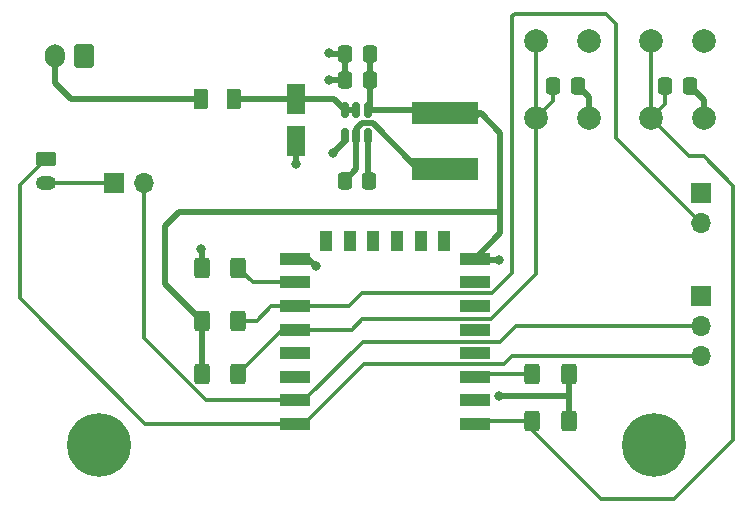
<source format=gbr>
%TF.GenerationSoftware,KiCad,Pcbnew,7.0.10*%
%TF.CreationDate,2024-04-03T10:39:23+02:00*%
%TF.ProjectId,Humi,48756d69-2e6b-4696-9361-645f70636258,rev?*%
%TF.SameCoordinates,Original*%
%TF.FileFunction,Copper,L1,Top*%
%TF.FilePolarity,Positive*%
%FSLAX46Y46*%
G04 Gerber Fmt 4.6, Leading zero omitted, Abs format (unit mm)*
G04 Created by KiCad (PCBNEW 7.0.10) date 2024-04-03 10:39:23*
%MOMM*%
%LPD*%
G01*
G04 APERTURE LIST*
G04 Aperture macros list*
%AMRoundRect*
0 Rectangle with rounded corners*
0 $1 Rounding radius*
0 $2 $3 $4 $5 $6 $7 $8 $9 X,Y pos of 4 corners*
0 Add a 4 corners polygon primitive as box body*
4,1,4,$2,$3,$4,$5,$6,$7,$8,$9,$2,$3,0*
0 Add four circle primitives for the rounded corners*
1,1,$1+$1,$2,$3*
1,1,$1+$1,$4,$5*
1,1,$1+$1,$6,$7*
1,1,$1+$1,$8,$9*
0 Add four rect primitives between the rounded corners*
20,1,$1+$1,$2,$3,$4,$5,0*
20,1,$1+$1,$4,$5,$6,$7,0*
20,1,$1+$1,$6,$7,$8,$9,0*
20,1,$1+$1,$8,$9,$2,$3,0*%
G04 Aperture macros list end*
%TA.AperFunction,ComponentPad*%
%ADD10C,5.400000*%
%TD*%
%TA.AperFunction,SMDPad,CuDef*%
%ADD11RoundRect,0.250000X0.400000X0.625000X-0.400000X0.625000X-0.400000X-0.625000X0.400000X-0.625000X0*%
%TD*%
%TA.AperFunction,SMDPad,CuDef*%
%ADD12RoundRect,0.250000X-0.400000X-0.625000X0.400000X-0.625000X0.400000X0.625000X-0.400000X0.625000X0*%
%TD*%
%TA.AperFunction,SMDPad,CuDef*%
%ADD13RoundRect,0.250000X0.337500X0.475000X-0.337500X0.475000X-0.337500X-0.475000X0.337500X-0.475000X0*%
%TD*%
%TA.AperFunction,SMDPad,CuDef*%
%ADD14RoundRect,0.250000X-0.375000X-0.625000X0.375000X-0.625000X0.375000X0.625000X-0.375000X0.625000X0*%
%TD*%
%TA.AperFunction,SMDPad,CuDef*%
%ADD15RoundRect,0.250000X-0.337500X-0.475000X0.337500X-0.475000X0.337500X0.475000X-0.337500X0.475000X0*%
%TD*%
%TA.AperFunction,SMDPad,CuDef*%
%ADD16RoundRect,0.250000X-0.550000X1.050000X-0.550000X-1.050000X0.550000X-1.050000X0.550000X1.050000X0*%
%TD*%
%TA.AperFunction,SMDPad,CuDef*%
%ADD17R,5.588000X1.905000*%
%TD*%
%TA.AperFunction,SMDPad,CuDef*%
%ADD18RoundRect,0.150000X-0.150000X0.512500X-0.150000X-0.512500X0.150000X-0.512500X0.150000X0.512500X0*%
%TD*%
%TA.AperFunction,SMDPad,CuDef*%
%ADD19R,2.500000X1.000000*%
%TD*%
%TA.AperFunction,SMDPad,CuDef*%
%ADD20R,1.000000X1.800000*%
%TD*%
%TA.AperFunction,ComponentPad*%
%ADD21R,1.700000X1.700000*%
%TD*%
%TA.AperFunction,ComponentPad*%
%ADD22O,1.700000X1.700000*%
%TD*%
%TA.AperFunction,ComponentPad*%
%ADD23C,2.000000*%
%TD*%
%TA.AperFunction,ComponentPad*%
%ADD24RoundRect,0.250000X-0.625000X0.350000X-0.625000X-0.350000X0.625000X-0.350000X0.625000X0.350000X0*%
%TD*%
%TA.AperFunction,ComponentPad*%
%ADD25O,1.750000X1.200000*%
%TD*%
%TA.AperFunction,ComponentPad*%
%ADD26RoundRect,0.250000X0.600000X0.750000X-0.600000X0.750000X-0.600000X-0.750000X0.600000X-0.750000X0*%
%TD*%
%TA.AperFunction,ComponentPad*%
%ADD27O,1.700000X2.000000*%
%TD*%
%TA.AperFunction,ViaPad*%
%ADD28C,0.800000*%
%TD*%
%TA.AperFunction,Conductor*%
%ADD29C,0.300000*%
%TD*%
%TA.AperFunction,Conductor*%
%ADD30C,0.500000*%
%TD*%
G04 APERTURE END LIST*
D10*
%TO.P,H2,1,1*%
%TO.N,GND*%
X124000000Y-112400000D03*
%TD*%
%TO.P,H1,1,1*%
%TO.N,GND*%
X171000000Y-112400000D03*
%TD*%
D11*
%TO.P,R3,1*%
%TO.N,GPIO_02*%
X135800000Y-101900000D03*
%TO.P,R3,2*%
%TO.N,+3V3*%
X132700000Y-101900000D03*
%TD*%
D12*
%TO.P,R4,1*%
%TO.N,+3V3*%
X132700000Y-106400000D03*
%TO.P,R4,2*%
%TO.N,FLASH*%
X135800000Y-106400000D03*
%TD*%
D13*
%TO.P,C2,1*%
%TO.N,Net-(U4-BST)*%
X146881250Y-90081250D03*
%TO.P,C2,2*%
%TO.N,Net-(U4-SW)*%
X144806250Y-90081250D03*
%TD*%
D14*
%TO.P,F2,1*%
%TO.N,+12V*%
X132656250Y-83106250D03*
%TO.P,F2,2*%
%TO.N,Net-(U4-EN)*%
X135456250Y-83106250D03*
%TD*%
D15*
%TO.P,C3,1*%
%TO.N,RST*%
X171962500Y-82000000D03*
%TO.P,C3,2*%
%TO.N,GND*%
X174037500Y-82000000D03*
%TD*%
%TO.P,C4,1*%
%TO.N,FLASH*%
X162462500Y-82000000D03*
%TO.P,C4,2*%
%TO.N,GND*%
X164537500Y-82000000D03*
%TD*%
D13*
%TO.P,C7,1*%
%TO.N,+3V3*%
X146931250Y-81506250D03*
%TO.P,C7,2*%
%TO.N,GND*%
X144856250Y-81506250D03*
%TD*%
D12*
%TO.P,R6,1*%
%TO.N,EN*%
X160700000Y-106400000D03*
%TO.P,R6,2*%
%TO.N,+3V3*%
X163800000Y-106400000D03*
%TD*%
D16*
%TO.P,C1,1*%
%TO.N,Net-(U4-EN)*%
X140656250Y-83106250D03*
%TO.P,C1,2*%
%TO.N,GND*%
X140656250Y-86706250D03*
%TD*%
D17*
%TO.P,L1,1,1*%
%TO.N,Net-(U4-SW)*%
X153306250Y-89055750D03*
%TO.P,L1,2,2*%
%TO.N,+3V3*%
X153306250Y-84356750D03*
%TD*%
D11*
%TO.P,R5,1*%
%TO.N,GPIO_15*%
X135800000Y-97400000D03*
%TO.P,R5,2*%
%TO.N,GND*%
X132700000Y-97400000D03*
%TD*%
D13*
%TO.P,C8,1*%
%TO.N,+3V3*%
X146931250Y-79306250D03*
%TO.P,C8,2*%
%TO.N,GND*%
X144856250Y-79306250D03*
%TD*%
D18*
%TO.P,U4,1,FB*%
%TO.N,+3V3*%
X146756250Y-84031250D03*
%TO.P,U4,2,EN*%
%TO.N,Net-(U4-EN)*%
X145806250Y-84031250D03*
%TO.P,U4,3,IN*%
X144856250Y-84031250D03*
%TO.P,U4,4,GND*%
%TO.N,GND*%
X144856250Y-86306250D03*
%TO.P,U4,5,SW*%
%TO.N,Net-(U4-SW)*%
X145806250Y-86306250D03*
%TO.P,U4,6,BST*%
%TO.N,Net-(U4-BST)*%
X146756250Y-86306250D03*
%TD*%
D11*
%TO.P,R1,1*%
%TO.N,+3V3*%
X163800000Y-110400000D03*
%TO.P,R1,2*%
%TO.N,RST*%
X160700000Y-110400000D03*
%TD*%
D19*
%TO.P,U1,1,~{RST}*%
%TO.N,RST*%
X155850000Y-110650000D03*
%TO.P,U1,2,ADC*%
%TO.N,unconnected-(U1-ADC-Pad2)*%
X155850000Y-108650000D03*
%TO.P,U1,3,EN*%
%TO.N,EN*%
X155850000Y-106650000D03*
%TO.P,U1,4,GPIO16*%
%TO.N,unconnected-(U1-GPIO16-Pad4)*%
X155850000Y-104650000D03*
%TO.P,U1,5,GPIO14*%
%TO.N,unconnected-(U1-GPIO14-Pad5)*%
X155850000Y-102650000D03*
%TO.P,U1,6,GPIO12*%
%TO.N,unconnected-(U1-GPIO12-Pad6)*%
X155850000Y-100650000D03*
%TO.P,U1,7,GPIO13*%
%TO.N,unconnected-(U1-GPIO13-Pad7)*%
X155850000Y-98650000D03*
%TO.P,U1,8,VCC*%
%TO.N,+3V3*%
X155850000Y-96650000D03*
D20*
%TO.P,U1,9,CS0*%
%TO.N,unconnected-(U1-CS0-Pad9)*%
X153250000Y-95150000D03*
%TO.P,U1,10,MISO*%
%TO.N,unconnected-(U1-MISO-Pad10)*%
X151250000Y-95150000D03*
%TO.P,U1,11,GPIO9*%
%TO.N,unconnected-(U1-GPIO9-Pad11)*%
X149250000Y-95150000D03*
%TO.P,U1,12,GPIO10*%
%TO.N,unconnected-(U1-GPIO10-Pad12)*%
X147250000Y-95150000D03*
%TO.P,U1,13,MOSI*%
%TO.N,unconnected-(U1-MOSI-Pad13)*%
X145250000Y-95150000D03*
%TO.P,U1,14,SCLK*%
%TO.N,unconnected-(U1-SCLK-Pad14)*%
X143250000Y-95150000D03*
D19*
%TO.P,U1,15,GND*%
%TO.N,GND*%
X140650000Y-96650000D03*
%TO.P,U1,16,GPIO15*%
%TO.N,GPIO_15*%
X140650000Y-98650000D03*
%TO.P,U1,17,GPIO2*%
%TO.N,GPIO_02*%
X140650000Y-100650000D03*
%TO.P,U1,18,GPIO0*%
%TO.N,FLASH*%
X140650000Y-102650000D03*
%TO.P,U1,19,GPIO4*%
%TO.N,unconnected-(U1-GPIO4-Pad19)*%
X140650000Y-104650000D03*
%TO.P,U1,20,GPIO5*%
%TO.N,unconnected-(U1-GPIO5-Pad20)*%
X140650000Y-106650000D03*
%TO.P,U1,21,GPIO3/RXD*%
%TO.N,RX_0*%
X140650000Y-108650000D03*
%TO.P,U1,22,GPIO1/TXD*%
%TO.N,TX_0*%
X140650000Y-110650000D03*
%TD*%
D21*
%TO.P,J1,1,Pin_1*%
%TO.N,GND*%
X175000000Y-99825000D03*
D22*
%TO.P,J1,2,Pin_2*%
%TO.N,RX_0*%
X175000000Y-102365000D03*
%TO.P,J1,3,Pin_3*%
%TO.N,TX_0*%
X175000000Y-104905000D03*
%TD*%
D23*
%TO.P,SW_FLASH1,1,A*%
%TO.N,FLASH*%
X161026750Y-78200000D03*
X161026750Y-84700000D03*
%TO.P,SW_FLASH1,2,B*%
%TO.N,GND*%
X165526750Y-78200000D03*
X165526750Y-84700000D03*
%TD*%
D24*
%TO.P,J3,1,Pin_1*%
%TO.N,TX_0*%
X119500000Y-88250000D03*
D25*
%TO.P,J3,2,Pin_2*%
%TO.N,RX_H*%
X119500000Y-90250000D03*
%TD*%
D21*
%TO.P,J5,1,Pin_1*%
%TO.N,RX_H*%
X125260000Y-90250000D03*
D22*
%TO.P,J5,2,Pin_2*%
%TO.N,RX_0*%
X127800000Y-90250000D03*
%TD*%
D21*
%TO.P,J2,1,Pin_1*%
%TO.N,GND*%
X175000000Y-91125000D03*
D22*
%TO.P,J2,2,Pin_2*%
%TO.N,GPIO_02*%
X175000000Y-93665000D03*
%TD*%
D23*
%TO.P,SW_RST1,1,A*%
%TO.N,GND*%
X175250000Y-84750000D03*
X175250000Y-78250000D03*
%TO.P,SW_RST1,2,B*%
%TO.N,RST*%
X170750000Y-84750000D03*
X170750000Y-78250000D03*
%TD*%
D26*
%TO.P,J4,1,Pin_1*%
%TO.N,GND*%
X122750000Y-79500000D03*
D27*
%TO.P,J4,2,Pin_2*%
%TO.N,+12V*%
X120250000Y-79500000D03*
%TD*%
D28*
%TO.N,GND*%
X143456250Y-81506250D03*
X140656250Y-88606250D03*
X143456250Y-79281250D03*
X142350000Y-97300000D03*
X143856250Y-87706250D03*
X132650000Y-95800000D03*
%TO.N,+3V3*%
X157900000Y-108300000D03*
X157900000Y-96800000D03*
%TD*%
D29*
%TO.N,RST*%
X177700000Y-112000000D02*
X177700000Y-90500000D01*
X166500000Y-117000000D02*
X172700000Y-117000000D01*
X160200000Y-110900000D02*
X160700000Y-110400000D01*
X156100000Y-110400000D02*
X155850000Y-110650000D01*
X175200000Y-88000000D02*
X174000000Y-88000000D01*
X174000000Y-88000000D02*
X170750000Y-84750000D01*
X171962500Y-83537500D02*
X171962500Y-82000000D01*
X177700000Y-90500000D02*
X175200000Y-88000000D01*
X170750000Y-78250000D02*
X170750000Y-84750000D01*
X160700000Y-110400000D02*
X156100000Y-110400000D01*
X160700000Y-110400000D02*
X160700000Y-111200000D01*
X170750000Y-84750000D02*
X171962500Y-83537500D01*
X172700000Y-117000000D02*
X177700000Y-112000000D01*
X160700000Y-111200000D02*
X166500000Y-117000000D01*
D30*
%TO.N,GND*%
X140656250Y-86706250D02*
X140656250Y-88606250D01*
X144856250Y-86306250D02*
X144856250Y-86706250D01*
X165526750Y-84700000D02*
X165526750Y-82989250D01*
X141700000Y-96650000D02*
X142350000Y-97300000D01*
X143481250Y-79306250D02*
X143456250Y-79281250D01*
X144856250Y-86706250D02*
X143856250Y-87706250D01*
X144856250Y-79306250D02*
X143481250Y-79306250D01*
X165526750Y-82989250D02*
X164537500Y-82000000D01*
X144856250Y-78831250D02*
X144856250Y-81506250D01*
X144856250Y-81506250D02*
X143456250Y-81506250D01*
X175250000Y-84750000D02*
X175250000Y-83212500D01*
X140650000Y-96650000D02*
X141700000Y-96650000D01*
X175250000Y-83212500D02*
X174037500Y-82000000D01*
X132700000Y-95850000D02*
X132650000Y-95800000D01*
X132700000Y-97400000D02*
X132700000Y-95850000D01*
D29*
%TO.N,FLASH*%
X145450000Y-102650000D02*
X140650000Y-102650000D01*
X161026750Y-84700000D02*
X162462500Y-83264250D01*
X146300000Y-101800000D02*
X145450000Y-102650000D01*
X157200000Y-101800000D02*
X146300000Y-101800000D01*
X135800000Y-106400000D02*
X139550000Y-102650000D01*
X161026750Y-84700000D02*
X161026750Y-97973250D01*
X161026750Y-97973250D02*
X157200000Y-101800000D01*
X162462500Y-83264250D02*
X162462500Y-82000000D01*
X161026750Y-78200000D02*
X161026750Y-84700000D01*
X139550000Y-102650000D02*
X140650000Y-102650000D01*
D30*
%TO.N,+3V3*%
X152231250Y-84031250D02*
X152306250Y-83956250D01*
X129600000Y-93900000D02*
X130800000Y-92700000D01*
X129600000Y-98800000D02*
X129600000Y-93900000D01*
X156000000Y-96800000D02*
X155850000Y-96650000D01*
X146931250Y-81506250D02*
X146931250Y-83856250D01*
X152731250Y-84031250D02*
X146756250Y-84031250D01*
X146931250Y-83856250D02*
X146756250Y-84031250D01*
X130800000Y-92700000D02*
X158000000Y-92700000D01*
X163800000Y-108300000D02*
X157900000Y-108300000D01*
X132700000Y-101900000D02*
X129600000Y-98800000D01*
X153306250Y-84606250D02*
X156006250Y-84606250D01*
X158000000Y-86000000D02*
X158000000Y-92700000D01*
X146931250Y-78831250D02*
X146931250Y-81506250D01*
X153306250Y-84606250D02*
X152731250Y-84031250D01*
X158000000Y-92700000D02*
X158000000Y-94500000D01*
X156500000Y-96650000D02*
X155850000Y-96650000D01*
X156600000Y-96900000D02*
X155850000Y-96900000D01*
X163800000Y-110400000D02*
X163800000Y-108300000D01*
X153306250Y-84356750D02*
X156356750Y-84356750D01*
X158000000Y-94500000D02*
X155850000Y-96650000D01*
X163800000Y-108300000D02*
X163800000Y-106400000D01*
X157900000Y-96800000D02*
X156000000Y-96800000D01*
X146931250Y-79156250D02*
X146931250Y-79306250D01*
X132700000Y-106400000D02*
X132700000Y-101900000D01*
X156356750Y-84356750D02*
X158000000Y-86000000D01*
%TO.N,+12V*%
X120250000Y-81750000D02*
X120250000Y-79500000D01*
X132656250Y-83106250D02*
X121606250Y-83106250D01*
X121606250Y-83106250D02*
X120250000Y-81750000D01*
D29*
%TO.N,RX_0*%
X133069544Y-108650000D02*
X127800000Y-103380456D01*
X140650000Y-108900000D02*
X141400000Y-108900000D01*
X140650000Y-108650000D02*
X141400000Y-108650000D01*
X159335000Y-102365000D02*
X175000000Y-102365000D01*
X146350000Y-103700000D02*
X158000000Y-103700000D01*
X141400000Y-108650000D02*
X146350000Y-103700000D01*
X140650000Y-108650000D02*
X133069544Y-108650000D01*
X158000000Y-103700000D02*
X159335000Y-102365000D01*
X127800000Y-103380456D02*
X127800000Y-90250000D01*
%TO.N,TX_0*%
X146450000Y-105600000D02*
X158300000Y-105600000D01*
X117300000Y-100000000D02*
X117300000Y-90450000D01*
X117300000Y-90450000D02*
X119500000Y-88250000D01*
X141400000Y-110650000D02*
X146450000Y-105600000D01*
X140650000Y-110650000D02*
X127950000Y-110650000D01*
X127950000Y-110650000D02*
X117300000Y-100000000D01*
X140650000Y-110650000D02*
X141400000Y-110650000D01*
X140650000Y-110900000D02*
X141400000Y-110900000D01*
X158995000Y-104905000D02*
X175000000Y-104905000D01*
X158300000Y-105600000D02*
X158995000Y-104905000D01*
%TO.N,GPIO_02*%
X146300000Y-99600000D02*
X157300000Y-99600000D01*
X166900000Y-75900000D02*
X167800000Y-76800000D01*
X140650000Y-100650000D02*
X145150000Y-100650000D01*
X157300000Y-99600000D02*
X159000000Y-97900000D01*
X159000000Y-76100000D02*
X159200000Y-75900000D01*
X137350000Y-101900000D02*
X138600000Y-100650000D01*
X135800000Y-101900000D02*
X137350000Y-101900000D01*
X145200000Y-100700000D02*
X146300000Y-99600000D01*
X159200000Y-75900000D02*
X166900000Y-75900000D01*
X159000000Y-97900000D02*
X159000000Y-76100000D01*
X145150000Y-100650000D02*
X145200000Y-100700000D01*
X167800000Y-76800000D02*
X167800000Y-86465000D01*
X167800000Y-86465000D02*
X175000000Y-93665000D01*
X138600000Y-100650000D02*
X140650000Y-100650000D01*
%TO.N,RX_H*%
X119500000Y-90250000D02*
X125260000Y-90250000D01*
D30*
%TO.N,GPIO_15*%
X135850000Y-97400000D02*
X135950000Y-97300000D01*
D29*
X137050000Y-98650000D02*
X135800000Y-97400000D01*
D30*
X135800000Y-97400000D02*
X135850000Y-97400000D01*
D29*
X140650000Y-98650000D02*
X137050000Y-98650000D01*
%TO.N,EN*%
X156100000Y-106400000D02*
X155850000Y-106650000D01*
X160200000Y-106900000D02*
X160700000Y-106400000D01*
X160700000Y-106400000D02*
X156100000Y-106400000D01*
D30*
%TO.N,Net-(U4-EN)*%
X144856250Y-84031250D02*
X145806250Y-84031250D01*
X135456250Y-83106250D02*
X140656250Y-83106250D01*
X143931250Y-83106250D02*
X144856250Y-84031250D01*
X140656250Y-83106250D02*
X143931250Y-83106250D01*
%TO.N,Net-(U4-BST)*%
X146756250Y-89956250D02*
X146881250Y-90081250D01*
X146756250Y-86306250D02*
X146756250Y-89956250D01*
%TO.N,Net-(U4-SW)*%
X150806250Y-88806250D02*
X147193750Y-85193750D01*
X146256251Y-85193750D02*
X147193750Y-85193750D01*
X145806250Y-89081250D02*
X144806250Y-90081250D01*
X145806250Y-86306250D02*
X145806250Y-89081250D01*
X145806250Y-85643751D02*
X146256251Y-85193750D01*
X145806250Y-86306250D02*
X145806250Y-85643751D01*
X153306250Y-88806250D02*
X150806250Y-88806250D01*
%TD*%
M02*

</source>
